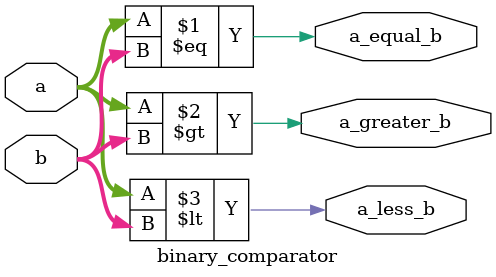
<source format=v>
module binary_comparator (
    input [3:0] a,
    input [3:0] b,
    output a_equal_b,
    output a_greater_b,
    output a_less_b
);
    assign a_equal_b = (a == b);
    assign a_greater_b = (a > b);
    assign a_less_b = (a < b);
endmodule
</source>
